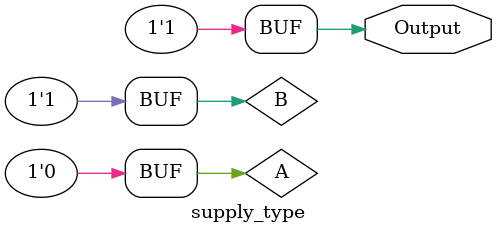
<source format=v>
module supply_type(Output);
	output Output;
	supply0 A;
	supply1 B;
	
	assign Output = A | B;
endmodule


module supply_tb();
	wire Output;
	
	supply_type S1 (Output);
	
	initial begin
		$monitor ("Output=%b",Output);
	end
endmodule
</source>
